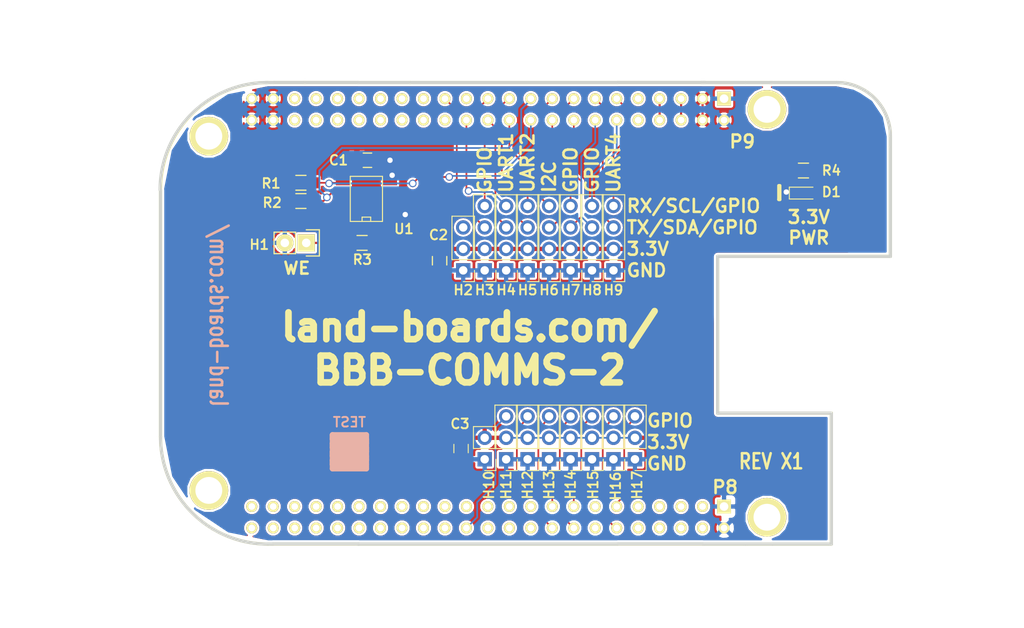
<source format=kicad_pcb>
(kicad_pcb (version 20171130) (host pcbnew "(5.1.10)-1")
  (title_block (title "Prototype cape for BeagleBone") (date "17 aug 2014") (rev 0.3) (company "Jacek Radzikowski <jacek.radzikowski@gmail.com>"))
  (layers (0 Front signal) (31 Back signal) (36 B.SilkS user) (37 F.SilkS user) (38 B.Mask user) (39 F.Mask user) (44 Edge.Cuts user))
  (net 0 "")
  (net 1 GND)
  (net 2 VDD_5V-UF)
  (net 3 VDD_3V3-UF)
  (net 4 SYS_5V)
  (net 5 "/P9 Connector/UART4_RXD")
  (net 6 "/P9 Connector/UART4_TXD")
  (net 7 "/P9 Connector/I2C1_SCL")
  (net 8 "/P9 Connector/I2C1_SDA")
  (net 9 "/P9 Connector/UART2_TXD")
  (net 10 "/P9 Connector/UART2_RXD")
  (net 11 "/P9 Connector/UART1_TXD")
  (net 12 "/P9 Connector/UART1_RXD")
  (net 13 I2C2_SCL)
  (net 14 I2C2_SDA)
  (net 15 "Net-(D1-Pad2)")
  (net 16 "/P9 Connector/GPIO1_28")
  (net 17 "/P9 Connector/EHRPWM1A")
  (net 18 "/P9 Connector/GPIO1_16")
  (net 19 "/P9 Connector/EHRPWM1B")
  (net 20 "/P9 Connector/GPIO1_17")
  (net 21 "/P9 Connector/GPIO3_19")
  (net 22 "/P8 Connector/GPIO1_13")
  (net 23 "/P8 Connector/GPIO1_12")
  (net 24 "/P8 Connector/GPIO1_15")
  (net 25 "/P8 Connector/GPIO1_14")
  (net 26 "/P8 Connector/GPIO0_27")
  (net 27 "/P8 Connector/GPIO2_1")
  (net 28 "/P8 Connector/GPIO1_29")
  (net 29 "Net-(H1-Pad1)")
  (module FIDUCIAL (layer Front) (at 171.196 103.251)
    (fp_text reference FID1 hide)
    (fp_text value CONN_1 hide)
    (pad 1 smd circle (at 0 0) (size 1 1) (layers Front F.Mask) (clearance 1))
  )
  (module FIDUCIAL (layer Front) (at 136.6266 116.997501)
    (fp_text reference FID2 hide)
    (fp_text value CONN_1 hide)
    (pad 1 smd circle (at -39.5986 -53.497501) (size 1 1) (layers Front F.Mask) (clearance 1))
  )
  (module dougsLib:SO8E-wider (layer Front) (at 118.0846 66.4718 90)
    (fp_text reference U1 (at -3.556 4.445 180) (layer F.SilkS) (effects (font (size 1.143 1.143) (thickness 0.22225))))
    (fp_text value I2C-EEPROM hide)
    (pad 8 smd rect (at -1.905 -2.794 90) (size 0.59944 1.651) (layers Front F.Mask) (net 3 VDD_3V3-UF))
    (pad 1 smd rect (at -1.905 2.794 90) (size 0.59944 1.651) (layers Front F.Mask) (net 1 GND))
    (pad 7 smd rect (at -0.635 -2.794 90) (size 0.59944 1.651) (layers Front F.Mask) (net 29 "Net-(H1-Pad1)"))
    (pad 6 smd rect (at 0.635 -2.794 90) (size 0.59944 1.651) (layers Front F.Mask) (net 13 I2C2_SCL))
    (pad 5 smd rect (at 1.905 -2.794 90) (size 0.59944 1.651) (layers Front F.Mask) (net 14 I2C2_SDA))
    (pad 2 smd rect (at -0.635 2.794 90) (size 0.59944 1.651) (layers Front F.Mask) (net 1 GND))
    (pad 3 smd rect (at 0.635 2.794 90) (size 0.59944 1.651) (layers Front F.Mask) (net 3 VDD_3V3-UF))
    (pad 4 smd rect (at 1.905 2.794 90) (size 0.59944 1.651) (layers Front F.Mask) (net 1 GND))
  )
  (module dougsLib:BEAGLEBONE (layer Front) (at 136.906 80.01)
    (fp_text reference BRD1 hide)
    (fp_text value BEAGLEBONE hide)
    (pad M1 thru_hole circle (at -37.465 -20.955) (size 4.572 4.572) (drill 3.175) (layers *.Cu *.Mask F.SilkS))
    (pad M2 thru_hole circle (at 28.575 -24.13) (size 4.572 4.572) (drill 3.175) (layers *.Cu *.Mask F.SilkS))
    (pad M3 thru_hole circle (at 28.575 24.13) (size 4.572 4.572) (drill 3.175) (layers *.Cu *.Mask F.SilkS))
    (pad M4 thru_hole circle (at -37.465 20.955) (size 4.572 4.572) (drill 3.175) (layers *.Cu *.Mask F.SilkS))
    (pad C1 thru_hole rect (at 23.495 -25.4) (size 1.651 1.651) (drill 1.016) (layers *.Cu *.Mask F.SilkS) (net 1 GND))
    (pad C2 thru_hole circle (at 23.495 -22.86) (size 1.30048 1.30048) (drill 0.8001) (layers *.Cu *.Mask F.SilkS) (net 1 GND))
    (pad C3 thru_hole circle (at 20.955 -25.4) (size 1.30048 1.30048) (drill 0.8001) (layers *.Cu *.Mask F.SilkS) (net 3 VDD_3V3-UF))
    (pad C4 thru_hole circle (at 20.955 -22.86) (size 1.30048 1.30048) (drill 0.8001) (layers *.Cu *.Mask F.SilkS) (net 3 VDD_3V3-UF))
    (pad C5 thru_hole circle (at 18.415 -25.4) (size 1.30048 1.30048) (drill 0.8001) (layers *.Cu *.Mask F.SilkS) (net 2 VDD_5V-UF))
    (pad C6 thru_hole circle (at 18.415 -22.86) (size 1.30048 1.30048) (drill 0.8001) (layers *.Cu *.Mask F.SilkS) (net 2 VDD_5V-UF))
    (pad C7 thru_hole circle (at 15.875 -25.4) (size 1.30048 1.30048) (drill 0.8001) (layers *.Cu *.Mask F.SilkS) (net 4 SYS_5V))
    (pad C8 thru_hole circle (at 15.875 -22.86) (size 1.30048 1.30048) (drill 0.8001) (layers *.Cu *.Mask F.SilkS) (net 4 SYS_5V))
    (pad C9 thru_hole circle (at 13.335 -25.4) (size 1.30048 1.30048) (drill 0.8001) (layers *.Cu *.Mask F.SilkS))
    (pad C10 thru_hole circle (at 13.335 -22.86) (size 1.30048 1.30048) (drill 0.8001) (layers *.Cu *.Mask F.SilkS))
    (pad C11 thru_hole circle (at 10.795 -25.4) (size 1.30048 1.30048) (drill 0.8001) (layers *.Cu *.Mask F.SilkS) (net 5 "/P9 Connector/UART4_RXD"))
    (pad C12 thru_hole circle (at 10.795 -22.86) (size 1.30048 1.30048) (drill 0.8001) (layers *.Cu *.Mask F.SilkS) (net 16 "/P9 Connector/GPIO1_28"))
    (pad C13 thru_hole circle (at 8.255 -25.4) (size 1.30048 1.30048) (drill 0.8001) (layers *.Cu *.Mask F.SilkS) (net 6 "/P9 Connector/UART4_TXD"))
    (pad C14 thru_hole circle (at 8.255 -22.86) (size 1.30048 1.30048) (drill 0.8001) (layers *.Cu *.Mask F.SilkS) (net 17 "/P9 Connector/EHRPWM1A"))
    (pad C15 thru_hole circle (at 5.715 -25.4) (size 1.30048 1.30048) (drill 0.8001) (layers *.Cu *.Mask F.SilkS) (net 18 "/P9 Connector/GPIO1_16"))
    (pad C16 thru_hole circle (at 5.715 -22.86) (size 1.30048 1.30048) (drill 0.8001) (layers *.Cu *.Mask F.SilkS) (net 19 "/P9 Connector/EHRPWM1B"))
    (pad C17 thru_hole circle (at 3.175 -25.4) (size 1.30048 1.30048) (drill 0.8001) (layers *.Cu *.Mask F.SilkS) (net 7 "/P9 Connector/I2C1_SCL"))
    (pad C18 thru_hole circle (at 3.175 -22.86) (size 1.30048 1.30048) (drill 0.8001) (layers *.Cu *.Mask F.SilkS) (net 8 "/P9 Connector/I2C1_SDA"))
    (pad C19 thru_hole circle (at 0.635 -25.4) (size 1.30048 1.30048) (drill 0.8001) (layers *.Cu *.Mask F.SilkS) (net 13 I2C2_SCL))
    (pad C20 thru_hole circle (at 0.635 -22.86) (size 1.30048 1.30048) (drill 0.8001) (layers *.Cu *.Mask F.SilkS) (net 14 I2C2_SDA))
    (pad C21 thru_hole circle (at -1.905 -25.4) (size 1.30048 1.30048) (drill 0.8001) (layers *.Cu *.Mask F.SilkS) (net 9 "/P9 Connector/UART2_TXD"))
    (pad C22 thru_hole circle (at -1.905 -22.86) (size 1.30048 1.30048) (drill 0.8001) (layers *.Cu *.Mask F.SilkS) (net 10 "/P9 Connector/UART2_RXD"))
    (pad C23 thru_hole circle (at -4.445 -25.4) (size 1.30048 1.30048) (drill 0.8001) (layers *.Cu *.Mask F.SilkS) (net 20 "/P9 Connector/GPIO1_17"))
    (pad C24 thru_hole circle (at -4.445 -22.86) (size 1.30048 1.30048) (drill 0.8001) (layers *.Cu *.Mask F.SilkS) (net 11 "/P9 Connector/UART1_TXD"))
    (pad C25 thru_hole circle (at -6.985 -25.4) (size 1.30048 1.30048) (drill 0.8001) (layers *.Cu *.Mask F.SilkS))
    (pad C26 thru_hole circle (at -6.985 -22.86) (size 1.30048 1.30048) (drill 0.8001) (layers *.Cu *.Mask F.SilkS) (net 12 "/P9 Connector/UART1_RXD"))
    (pad C27 thru_hole circle (at -9.525 -25.4) (size 1.30048 1.30048) (drill 0.8001) (layers *.Cu *.Mask F.SilkS) (net 21 "/P9 Connector/GPIO3_19"))
    (pad C28 thru_hole circle (at -9.525 -22.86) (size 1.30048 1.30048) (drill 0.8001) (layers *.Cu *.Mask F.SilkS))
    (pad C29 thru_hole circle (at -12.065 -25.4) (size 1.30048 1.30048) (drill 0.8001) (layers *.Cu *.Mask F.SilkS))
    (pad C30 thru_hole circle (at -12.065 -22.86) (size 1.30048 1.30048) (drill 0.8001) (layers *.Cu *.Mask F.SilkS))
    (pad C31 thru_hole circle (at -14.605 -25.4) (size 1.30048 1.30048) (drill 0.8001) (layers *.Cu *.Mask F.SilkS))
    (pad C32 thru_hole circle (at -14.605 -22.86) (size 1.30048 1.30048) (drill 0.8001) (layers *.Cu *.Mask F.SilkS))
    (pad C33 thru_hole circle (at -17.145 -25.4) (size 1.30048 1.30048) (drill 0.8001) (layers *.Cu *.Mask F.SilkS))
    (pad C34 thru_hole circle (at -17.145 -22.86) (size 1.30048 1.30048) (drill 0.8001) (layers *.Cu *.Mask F.SilkS))
    (pad C35 thru_hole circle (at -19.685 -25.4) (size 1.30048 1.30048) (drill 0.8001) (layers *.Cu *.Mask F.SilkS))
    (pad C36 thru_hole circle (at -19.685 -22.86) (size 1.30048 1.30048) (drill 0.8001) (layers *.Cu *.Mask F.SilkS))
    (pad C37 thru_hole circle (at -22.225 -25.4) (size 1.30048 1.30048) (drill 0.8001) (layers *.Cu *.Mask F.SilkS))
    (pad C38 thru_hole circle (at -22.225 -22.86) (size 1.30048 1.30048) (drill 0.8001) (layers *.Cu *.Mask F.SilkS))
    (pad C39 thru_hole circle (at -24.765 -25.4) (size 1.30048 1.30048) (drill 0.8001) (layers *.Cu *.Mask F.SilkS))
    (pad C40 thru_hole circle (at -24.765 -22.86) (size 1.30048 1.30048) (drill 0.8001) (layers *.Cu *.Mask F.SilkS))
    (pad C41 thru_hole circle (at -27.305 -25.4) (size 1.30048 1.30048) (drill 0.8001) (layers *.Cu *.Mask F.SilkS))
    (pad C42 thru_hole circle (at -27.305 -22.86) (size 1.30048 1.30048) (drill 0.8001) (layers *.Cu *.Mask F.SilkS))
    (pad C43 thru_hole circle (at -29.845 -25.4) (size 1.30048 1.30048) (drill 0.8001) (layers *.Cu *.Mask F.SilkS) (net 1 GND))
    (pad C44 thru_hole circle (at -29.845 -22.86) (size 1.30048 1.30048) (drill 0.8001) (layers *.Cu *.Mask F.SilkS) (net 1 GND))
    (pad C45 thru_hole circle (at -32.385 -25.4) (size 1.30048 1.30048) (drill 0.8001) (layers *.Cu *.Mask F.SilkS) (net 1 GND))
    (pad C46 thru_hole circle (at -32.385 -22.86) (size 1.30048 1.30048) (drill 0.8001) (layers *.Cu *.Mask F.SilkS) (net 1 GND))
    (pad B1 thru_hole rect (at 23.495 22.86) (size 1.651 1.651) (drill 1.016) (layers *.Cu *.Mask F.SilkS) (net 1 GND))
    (pad B2 thru_hole circle (at 23.495 25.4) (size 1.30048 1.30048) (drill 0.8001) (layers *.Cu *.Mask F.SilkS) (net 1 GND))
    (pad B3 thru_hole circle (at 20.955 22.86) (size 1.30048 1.30048) (drill 0.8001) (layers *.Cu *.Mask F.SilkS))
    (pad B4 thru_hole circle (at 20.955 25.4) (size 1.30048 1.30048) (drill 0.8001) (layers *.Cu *.Mask F.SilkS))
    (pad B5 thru_hole circle (at 18.415 22.86) (size 1.30048 1.30048) (drill 0.8001) (layers *.Cu *.Mask F.SilkS))
    (pad B6 thru_hole circle (at 18.415 25.4) (size 1.30048 1.30048) (drill 0.8001) (layers *.Cu *.Mask F.SilkS))
    (pad B7 thru_hole circle (at 15.875 22.86) (size 1.30048 1.30048) (drill 0.8001) (layers *.Cu *.Mask F.SilkS))
    (pad B8 thru_hole circle (at 15.875 25.4) (size 1.30048 1.30048) (drill 0.8001) (layers *.Cu *.Mask F.SilkS))
    (pad B9 thru_hole circle (at 13.335 22.86) (size 1.30048 1.30048) (drill 0.8001) (layers *.Cu *.Mask F.SilkS))
    (pad B10 thru_hole circle (at 13.335 25.4) (size 1.30048 1.30048) (drill 0.8001) (layers *.Cu *.Mask F.SilkS))
    (pad B11 thru_hole circle (at 10.795 22.86) (size 1.30048 1.30048) (drill 0.8001) (layers *.Cu *.Mask F.SilkS) (net 22 "/P8 Connector/GPIO1_13"))
    (pad B12 thru_hole circle (at 10.795 25.4) (size 1.30048 1.30048) (drill 0.8001) (layers *.Cu *.Mask F.SilkS) (net 23 "/P8 Connector/GPIO1_12"))
    (pad B13 thru_hole circle (at 8.255 22.86) (size 1.30048 1.30048) (drill 0.8001) (layers *.Cu *.Mask F.SilkS))
    (pad B14 thru_hole circle (at 8.255 25.4) (size 1.30048 1.30048) (drill 0.8001) (layers *.Cu *.Mask F.SilkS))
    (pad B15 thru_hole circle (at 5.715 22.86) (size 1.30048 1.30048) (drill 0.8001) (layers *.Cu *.Mask F.SilkS) (net 24 "/P8 Connector/GPIO1_15"))
    (pad B16 thru_hole circle (at 5.715 25.4) (size 1.30048 1.30048) (drill 0.8001) (layers *.Cu *.Mask F.SilkS) (net 25 "/P8 Connector/GPIO1_14"))
    (pad B17 thru_hole circle (at 3.175 22.86) (size 1.30048 1.30048) (drill 0.8001) (layers *.Cu *.Mask F.SilkS) (net 26 "/P8 Connector/GPIO0_27"))
    (pad B18 thru_hole circle (at 3.175 25.4) (size 1.30048 1.30048) (drill 0.8001) (layers *.Cu *.Mask F.SilkS) (net 27 "/P8 Connector/GPIO2_1"))
    (pad B19 thru_hole circle (at 0.635 22.86) (size 1.30048 1.30048) (drill 0.8001) (layers *.Cu *.Mask F.SilkS))
    (pad B20 thru_hole circle (at 0.635 25.4) (size 1.30048 1.30048) (drill 0.8001) (layers *.Cu *.Mask F.SilkS))
    (pad B21 thru_hole circle (at -1.905 22.86) (size 1.30048 1.30048) (drill 0.8001) (layers *.Cu *.Mask F.SilkS))
    (pad B22 thru_hole circle (at -1.905 25.4) (size 1.30048 1.30048) (drill 0.8001) (layers *.Cu *.Mask F.SilkS))
    (pad B23 thru_hole circle (at -4.445 22.86) (size 1.30048 1.30048) (drill 0.8001) (layers *.Cu *.Mask F.SilkS))
    (pad B24 thru_hole circle (at -4.445 25.4) (size 1.30048 1.30048) (drill 0.8001) (layers *.Cu *.Mask F.SilkS))
    (pad B25 thru_hole circle (at -6.985 22.86) (size 1.30048 1.30048) (drill 0.8001) (layers *.Cu *.Mask F.SilkS))
    (pad B26 thru_hole circle (at -6.985 25.4) (size 1.30048 1.30048) (drill 0.8001) (layers *.Cu *.Mask F.SilkS) (net 28 "/P8 Connector/GPIO1_29"))
    (pad B27 thru_hole circle (at -9.525 22.86) (size 1.30048 1.30048) (drill 0.8001) (layers *.Cu *.Mask F.SilkS))
    (pad B28 thru_hole circle (at -9.525 25.4) (size 1.30048 1.30048) (drill 0.8001) (layers *.Cu *.Mask F.SilkS))
    (pad B29 thru_hole circle (at -12.065 22.86) (size 1.30048 1.30048) (drill 0.8001) (layers *.Cu *.Mask F.SilkS))
    (pad B30 thru_hole circle (at -12.065 25.4) (size 1.30048 1.30048) (drill 0.8001) (layers *.Cu *.Mask F.SilkS))
    (pad B31 thru_hole circle (at -14.605 22.86) (size 1.30048 1.30048) (drill 0.8001) (layers *.Cu *.Mask F.SilkS))
    (pad B32 thru_hole circle (at -14.605 25.4) (size 1.30048 1.30048) (drill 0.8001) (layers *.Cu *.Mask F.SilkS))
    (pad B33 thru_hole circle (at -17.145 22.86) (size 1.30048 1.30048) (drill 0.8001) (layers *.Cu *.Mask F.SilkS))
    (pad B34 thru_hole circle (at -17.145 25.4) (size 1.30048 1.30048) (drill 0.8001) (layers *.Cu *.Mask F.SilkS))
    (pad B35 thru_hole circle (at -19.685 22.86) (size 1.30048 1.30048) (drill 0.8001) (layers *.Cu *.Mask F.SilkS))
    (pad B36 thru_hole circle (at -19.685 25.4) (size 1.30048 1.30048) (drill 0.8001) (layers *.Cu *.Mask F.SilkS))
    (pad B37 thru_hole circle (at -22.225 22.86) (size 1.30048 1.30048) (drill 0.8001) (layers *.Cu *.Mask F.SilkS))
    (pad B38 thru_hole circle (at -22.225 25.4) (size 1.30048 1.30048) (drill 0.8001) (layers *.Cu *.Mask F.SilkS))
    (pad B39 thru_hole circle (at -24.765 22.86) (size 1.30048 1.30048) (drill 0.8001) (layers *.Cu *.Mask F.SilkS))
    (pad B40 thru_hole circle (at -24.765 25.4) (size 1.30048 1.30048) (drill 0.8001) (layers *.Cu *.Mask F.SilkS))
    (pad B41 thru_hole circle (at -27.305 22.86) (size 1.30048 1.30048) (drill 0.8001) (layers *.Cu *.Mask F.SilkS))
    (pad B42 thru_hole circle (at -27.305 25.4) (size 1.30048 1.30048) (drill 0.8001) (layers *.Cu *.Mask F.SilkS))
    (pad B43 thru_hole circle (at -29.845 22.86) (size 1.30048 1.30048) (drill 0.8001) (layers *.Cu *.Mask F.SilkS))
    (pad B44 thru_hole circle (at -29.845 25.4) (size 1.30048 1.30048) (drill 0.8001) (layers *.Cu *.Mask F.SilkS))
    (pad B45 thru_hole circle (at -32.385 22.86) (size 1.30048 1.30048) (drill 0.8001) (layers *.Cu *.Mask F.SilkS))
    (pad B46 thru_hole circle (at -32.385 25.4) (size 1.30048 1.30048) (drill 0.8001) (layers *.Cu *.Mask F.SilkS))
  )
  (module Pin_Headers:Pin_Header_Straight_1x02 (layer Front) (at 110.9726 71.6788 270)
    (fp_text reference H1 (at 0.2032 5.5626) (layer F.SilkS) (effects (font (size 1.143 1.143) (thickness 0.22225))))
    (fp_text value CONN_2 hide)
    (pad 1 thru_hole rect (at 0 0 270) (size 2.032 2.032) (drill 1.016) (layers *.Cu *.Mask F.SilkS) (net 29 "Net-(H1-Pad1)"))
    (pad 2 thru_hole oval (at 0 2.54 270) (size 2.032 2.032) (drill 1.016) (layers *.Cu *.Mask F.SilkS) (net 1 GND))
  )
  (module Resistors_SMD:R_0805_HandSoldering (layer Front) (at 169.799 63.119)
    (fp_text reference R4 (at 3.302 0) (layer F.SilkS) (effects (font (size 1.143 1.143) (thickness 0.22225))))
    (fp_text value 120 hide)
    (pad 1 smd rect (at -1.35 0) (size 1.5 1.3) (layers Front F.Mask) (net 3 VDD_3V3-UF))
    (pad 2 smd rect (at 1.35 0) (size 1.5 1.3) (layers Front F.Mask) (net 15 "Net-(D1-Pad2)"))
  )
  (module Resistors_SMD:R_0805_HandSoldering (layer Front) (at 117.5766 71.6788 180)
    (fp_text reference R3 (at -0.0254 -1.9812) (layer F.SilkS) (effects (font (size 1.143 1.143) (thickness 0.22225))))
    (fp_text value 5.6K hide)
    (pad 1 smd rect (at -1.35 0 180) (size 1.5 1.3) (layers Front F.Mask) (net 3 VDD_3V3-UF))
    (pad 2 smd rect (at 1.35 0 180) (size 1.5 1.3) (layers Front F.Mask) (net 29 "Net-(H1-Pad1)"))
  )
  (module Resistors_SMD:R_0805_HandSoldering (layer Front) (at 110.3376 66.7258)
    (fp_text reference R2 (at -3.4036 0.2032) (layer F.SilkS) (effects (font (size 1.143 1.143) (thickness 0.22225))))
    (fp_text value 5.6K hide)
    (pad 1 smd rect (at -1.35 0) (size 1.5 1.3) (layers Front F.Mask) (net 3 VDD_3V3-UF))
    (pad 2 smd rect (at 1.35 0) (size 1.5 1.3) (layers Front F.Mask) (net 13 I2C2_SCL))
  )
  (module Resistors_SMD:R_0805_HandSoldering (layer Front) (at 110.3376 64.5668)
    (fp_text reference R1 (at -3.5306 0.0762) (layer F.SilkS) (effects (font (size 1.143 1.143) (thickness 0.22225))))
    (fp_text value 5.6K hide)
    (pad 1 smd rect (at -1.35 0) (size 1.5 1.3) (layers Front F.Mask) (net 3 VDD_3V3-UF))
    (pad 2 smd rect (at 1.35 0) (size 1.5 1.3) (layers Front F.Mask) (net 14 I2C2_SDA))
  )
  (module Capacitors_SMD:C_0805_HandSoldering (layer Front) (at 126.746 73.787 270)
    (fp_text reference C2 (at -3.048 0.127) (layer F.SilkS) (effects (font (size 1.143 1.143) (thickness 0.22225))))
    (fp_text value 1uF hide)
    (pad 1 smd rect (at -1.25 0 270) (size 1.5 1.25) (layers Front F.Mask) (net 3 VDD_3V3-UF))
    (pad 2 smd rect (at 1.25 0 270) (size 1.5 1.25) (layers Front F.Mask) (net 1 GND))
  )
  (module Capacitors_SMD:C_0805_HandSoldering (layer Front) (at 118.2116 61.8998)
    (fp_text reference C1 (at -3.429 0) (layer F.SilkS) (effects (font (size 1.143 1.143) (thickness 0.22225))))
    (fp_text value 104 hide)
    (pad 1 smd rect (at -1.25 0) (size 1.5 1.25) (layers Front F.Mask) (net 3 VDD_3V3-UF))
    (pad 2 smd rect (at 1.25 0) (size 1.5 1.25) (layers Front F.Mask) (net 1 GND))
  )
  (module Pin_Headers:Pin_Header_Straight_1x04_Pitch2.54mm (layer Front) (at 139.7 74.93 180)
    (fp_text reference H6 (at 0 -2.33 180) (layer F.SilkS) (effects (font (size 1.143 1.143) (thickness 0.22225))))
    (fp_text value CONN_01X04 hide)
    (pad 1 thru_hole rect (at 0 0 180) (size 1.7 1.7) (drill 1) (layers *.Cu *.Mask) (net 1 GND))
    (pad 2 thru_hole oval (at 0 2.54 180) (size 1.7 1.7) (drill 1) (layers *.Cu *.Mask) (net 3 VDD_3V3-UF))
    (pad 3 thru_hole oval (at 0 5.08 180) (size 1.7 1.7) (drill 1) (layers *.Cu *.Mask) (net 8 "/P9 Connector/I2C1_SDA"))
    (pad 4 thru_hole oval (at 0 7.62 180) (size 1.7 1.7) (drill 1) (layers *.Cu *.Mask) (net 7 "/P9 Connector/I2C1_SCL"))
  )
  (module Pin_Headers:Pin_Header_Straight_1x04_Pitch2.54mm (layer Front) (at 137.16 74.93 180)
    (fp_text reference H5 (at 0 -2.33 180) (layer F.SilkS) (effects (font (size 1.143 1.143) (thickness 0.22225))))
    (fp_text value CONN_01X04 hide)
    (pad 1 thru_hole rect (at 0 0 180) (size 1.7 1.7) (drill 1) (layers *.Cu *.Mask) (net 1 GND))
    (pad 2 thru_hole oval (at 0 2.54 180) (size 1.7 1.7) (drill 1) (layers *.Cu *.Mask) (net 3 VDD_3V3-UF))
    (pad 3 thru_hole oval (at 0 5.08 180) (size 1.7 1.7) (drill 1) (layers *.Cu *.Mask) (net 9 "/P9 Connector/UART2_TXD"))
    (pad 4 thru_hole oval (at 0 7.62 180) (size 1.7 1.7) (drill 1) (layers *.Cu *.Mask) (net 10 "/P9 Connector/UART2_RXD"))
  )
  (module Pin_Headers:Pin_Header_Straight_1x04_Pitch2.54mm (layer Front) (at 134.62 74.93 180)
    (fp_text reference H4 (at 0 -2.33 180) (layer F.SilkS) (effects (font (size 1.143 1.143) (thickness 0.22225))))
    (fp_text value CONN_01X04 hide)
    (pad 1 thru_hole rect (at 0 0 180) (size 1.7 1.7) (drill 1) (layers *.Cu *.Mask) (net 1 GND))
    (pad 2 thru_hole oval (at 0 2.54 180) (size 1.7 1.7) (drill 1) (layers *.Cu *.Mask) (net 3 VDD_3V3-UF))
    (pad 3 thru_hole oval (at 0 5.08 180) (size 1.7 1.7) (drill 1) (layers *.Cu *.Mask) (net 11 "/P9 Connector/UART1_TXD"))
    (pad 4 thru_hole oval (at 0 7.62 180) (size 1.7 1.7) (drill 1) (layers *.Cu *.Mask) (net 12 "/P9 Connector/UART1_RXD"))
  )
  (module LEDs:LED_0805 (layer Front) (at 169.926 65.786)
    (fp_text reference D1 (at 3.175 -0.127) (layer F.SilkS) (effects (font (size 1.143 1.143) (thickness 0.22225))))
    (fp_text value LED-fixed hide)
    (pad 2 smd rect (at 1.1 0 180) (size 1.2 1.2) (layers Front F.Mask) (net 15 "Net-(D1-Pad2)"))
    (pad 1 smd rect (at -1.1 0 180) (size 1.2 1.2) (layers Front F.Mask) (net 1 GND))
  )
  (module Pin_Headers:Pin_Header_Straight_1x04_Pitch2.54mm (layer Front) (at 142.24 74.93 180)
    (fp_text reference H7 (at 0 -2.33 180) (layer F.SilkS) (effects (font (size 1.143 1.143) (thickness 0.22225))))
    (fp_text value CONN_01X04 hide)
    (pad 1 thru_hole rect (at 0 0 180) (size 1.7 1.7) (drill 1) (layers *.Cu *.Mask) (net 1 GND))
    (pad 2 thru_hole oval (at 0 2.54 180) (size 1.7 1.7) (drill 1) (layers *.Cu *.Mask) (net 3 VDD_3V3-UF))
    (pad 3 thru_hole oval (at 0 5.08 180) (size 1.7 1.7) (drill 1) (layers *.Cu *.Mask) (net 19 "/P9 Connector/EHRPWM1B"))
    (pad 4 thru_hole oval (at 0 7.62 180) (size 1.7 1.7) (drill 1) (layers *.Cu *.Mask) (net 18 "/P9 Connector/GPIO1_16"))
  )
  (module Pin_Headers:Pin_Header_Straight_1x04_Pitch2.54mm (layer Front) (at 144.78 74.93 180)
    (fp_text reference H8 (at 0 -2.33 180) (layer F.SilkS) (effects (font (size 1.143 1.143) (thickness 0.22225))))
    (fp_text value CONN_01X04 hide)
    (pad 1 thru_hole rect (at 0 0 180) (size 1.7 1.7) (drill 1) (layers *.Cu *.Mask) (net 1 GND))
    (pad 2 thru_hole oval (at 0 2.54 180) (size 1.7 1.7) (drill 1) (layers *.Cu *.Mask) (net 3 VDD_3V3-UF))
    (pad 3 thru_hole oval (at 0 5.08 180) (size 1.7 1.7) (drill 1) (layers *.Cu *.Mask) (net 17 "/P9 Connector/EHRPWM1A"))
    (pad 4 thru_hole oval (at 0 7.62 180) (size 1.7 1.7) (drill 1) (layers *.Cu *.Mask) (net 16 "/P9 Connector/GPIO1_28"))
  )
  (module Pin_Headers:Pin_Header_Straight_1x04_Pitch2.54mm (layer Front) (at 132.08 74.93 180)
    (fp_text reference H3 (at 0 -2.33 180) (layer F.SilkS) (effects (font (size 1.143 1.143) (thickness 0.22225))))
    (fp_text value CONN_01X04 hide)
    (pad 1 thru_hole rect (at 0 0 180) (size 1.7 1.7) (drill 1) (layers *.Cu *.Mask) (net 1 GND))
    (pad 2 thru_hole oval (at 0 2.54 180) (size 1.7 1.7) (drill 1) (layers *.Cu *.Mask) (net 3 VDD_3V3-UF))
    (pad 3 thru_hole oval (at 0 5.08 180) (size 1.7 1.7) (drill 1) (layers *.Cu *.Mask) (net 21 "/P9 Connector/GPIO3_19"))
    (pad 4 thru_hole oval (at 0 7.62 180) (size 1.7 1.7) (drill 1) (layers *.Cu *.Mask) (net 20 "/P9 Connector/GPIO1_17"))
  )
  (module Pin_Headers:Pin_Header_Straight_1x03_Pitch2.54mm (layer Front) (at 142.24 97.282 180)
    (fp_text reference H14 (at 0 -3.048 270) (layer F.SilkS) (effects (font (size 1.143 1.143) (thickness 0.22225))))
    (fp_text value CONN_01X03 hide)
    (pad 1 thru_hole rect (at 0 0 180) (size 1.7 1.7) (drill 1) (layers *.Cu *.Mask) (net 1 GND))
    (pad 2 thru_hole oval (at 0 2.54 180) (size 1.7 1.7) (drill 1) (layers *.Cu *.Mask) (net 3 VDD_3V3-UF))
    (pad 3 thru_hole oval (at 0 5.08 180) (size 1.7 1.7) (drill 1) (layers *.Cu *.Mask) (net 25 "/P8 Connector/GPIO1_14"))
  )
  (module Pin_Headers:Pin_Header_Straight_1x03_Pitch2.54mm (layer Front) (at 139.7 97.282 180)
    (fp_text reference H13 (at 0 -3.048 270) (layer F.SilkS) (effects (font (size 1.143 1.143) (thickness 0.22225))))
    (fp_text value CONN_01X03 hide)
    (pad 1 thru_hole rect (at 0 0 180) (size 1.7 1.7) (drill 1) (layers *.Cu *.Mask) (net 1 GND))
    (pad 2 thru_hole oval (at 0 2.54 180) (size 1.7 1.7) (drill 1) (layers *.Cu *.Mask) (net 3 VDD_3V3-UF))
    (pad 3 thru_hole oval (at 0 5.08 180) (size 1.7 1.7) (drill 1) (layers *.Cu *.Mask) (net 26 "/P8 Connector/GPIO0_27"))
  )
  (module Pin_Headers:Pin_Header_Straight_1x03_Pitch2.54mm (layer Front) (at 137.16 97.282 180)
    (fp_text reference H12 (at 0 -3.048 270) (layer F.SilkS) (effects (font (size 1.143 1.143) (thickness 0.22225))))
    (fp_text value CONN_01X03 hide)
    (pad 1 thru_hole rect (at 0 0 180) (size 1.7 1.7) (drill 1) (layers *.Cu *.Mask) (net 1 GND))
    (pad 2 thru_hole oval (at 0 2.54 180) (size 1.7 1.7) (drill 1) (layers *.Cu *.Mask) (net 3 VDD_3V3-UF))
    (pad 3 thru_hole oval (at 0 5.08 180) (size 1.7 1.7) (drill 1) (layers *.Cu *.Mask) (net 27 "/P8 Connector/GPIO2_1"))
  )
  (module Pin_Headers:Pin_Header_Straight_1x03_Pitch2.54mm (layer Front) (at 134.62 97.282 180)
    (fp_text reference H11 (at 0 -3.048 270) (layer F.SilkS) (effects (font (size 1.143 1.143) (thickness 0.22225))))
    (fp_text value CONN_01X03 hide)
    (pad 1 thru_hole rect (at 0 0 180) (size 1.7 1.7) (drill 1) (layers *.Cu *.Mask) (net 1 GND))
    (pad 2 thru_hole oval (at 0 2.54 180) (size 1.7 1.7) (drill 1) (layers *.Cu *.Mask) (net 3 VDD_3V3-UF))
    (pad 3 thru_hole oval (at 0 5.08 180) (size 1.7 1.7) (drill 1) (layers *.Cu *.Mask) (net 28 "/P8 Connector/GPIO1_29"))
  )
  (module Capacitors_SMD:C_0805_HandSoldering (layer Front) (at 129.286 96.012 270)
    (fp_text reference C3 (at -2.921 0.127) (layer F.SilkS) (effects (font (size 1.143 1.143) (thickness 0.22225))))
    (fp_text value 104 hide)
    (pad 1 smd rect (at -1.25 0 270) (size 1.5 1.25) (layers Front F.Mask) (net 3 VDD_3V3-UF))
    (pad 2 smd rect (at 1.25 0 270) (size 1.5 1.25) (layers Front F.Mask) (net 1 GND))
  )
  (module Pin_Headers:Pin_Header_Straight_1x03_Pitch2.54mm (layer Front) (at 144.78 97.282 180)
    (fp_text reference H15 (at -0.127 -3.048 270) (layer F.SilkS) (effects (font (size 1.143 1.143) (thickness 0.22225))))
    (fp_text value CONN_01X03 hide)
    (pad 1 thru_hole rect (at 0 0 180) (size 1.7 1.7) (drill 1) (layers *.Cu *.Mask) (net 1 GND))
    (pad 2 thru_hole oval (at 0 2.54 180) (size 1.7 1.7) (drill 1) (layers *.Cu *.Mask) (net 3 VDD_3V3-UF))
    (pad 3 thru_hole oval (at 0 5.08 180) (size 1.7 1.7) (drill 1) (layers *.Cu *.Mask) (net 24 "/P8 Connector/GPIO1_15"))
  )
  (module Pin_Headers:Pin_Header_Straight_1x03_Pitch2.54mm (layer Front) (at 149.86 97.282 180)
    (fp_text reference H17 (at -0.254 -3.048 270) (layer F.SilkS) (effects (font (size 1.143 1.143) (thickness 0.22225))))
    (fp_text value CONN_01X03 hide)
    (pad 1 thru_hole rect (at 0 0 180) (size 1.7 1.7) (drill 1) (layers *.Cu *.Mask) (net 1 GND))
    (pad 2 thru_hole oval (at 0 2.54 180) (size 1.7 1.7) (drill 1) (layers *.Cu *.Mask) (net 3 VDD_3V3-UF))
    (pad 3 thru_hole oval (at 0 5.08 180) (size 1.7 1.7) (drill 1) (layers *.Cu *.Mask) (net 22 "/P8 Connector/GPIO1_13"))
  )
  (module Pin_Headers:Pin_Header_Straight_1x03_Pitch2.54mm (layer Front) (at 147.32 97.282 180)
    (fp_text reference H16 (at -0.254 -3.175 270) (layer F.SilkS) (effects (font (size 1.143 1.143) (thickness 0.22225))))
    (fp_text value CONN_01X03 hide)
    (pad 1 thru_hole rect (at 0 0 180) (size 1.7 1.7) (drill 1) (layers *.Cu *.Mask) (net 1 GND))
    (pad 2 thru_hole oval (at 0 2.54 180) (size 1.7 1.7) (drill 1) (layers *.Cu *.Mask) (net 3 VDD_3V3-UF))
    (pad 3 thru_hole oval (at 0 5.08 180) (size 1.7 1.7) (drill 1) (layers *.Cu *.Mask) (net 23 "/P8 Connector/GPIO1_12"))
  )
  (module Pin_Headers:Pin_Header_Straight_1x02_Pitch2.54mm (layer Front) (at 132.08 97.282 180)
    (fp_text reference H10 (at -0.508 -3.048 270) (layer F.SilkS) (effects (font (size 1.143 1.143) (thickness 0.22225))))
    (fp_text value CONN_01X02 hide)
    (pad 1 thru_hole rect (at 0 0 180) (size 1.7 1.7) (drill 1) (layers *.Cu *.Mask) (net 1 GND))
    (pad 2 thru_hole oval (at 0 2.54 180) (size 1.7 1.7) (drill 1) (layers *.Cu *.Mask) (net 3 VDD_3V3-UF))
  )
  (module Pin_Headers:Pin_Header_Straight_1x04_Pitch2.54mm (layer Front) (at 147.32 74.93 180)
    (fp_text reference H9 (at 0 -2.33 180) (layer F.SilkS) (effects (font (size 1.143 1.143) (thickness 0.22225))))
    (fp_text value CONN_01X04 hide)
    (pad 1 thru_hole rect (at 0 0 180) (size 1.7 1.7) (drill 1) (layers *.Cu *.Mask) (net 1 GND))
    (pad 2 thru_hole oval (at 0 2.54 180) (size 1.7 1.7) (drill 1) (layers *.Cu *.Mask) (net 3 VDD_3V3-UF))
    (pad 3 thru_hole oval (at 0 5.08 180) (size 1.7 1.7) (drill 1) (layers *.Cu *.Mask) (net 6 "/P9 Connector/UART4_TXD"))
    (pad 4 thru_hole oval (at 0 7.62 180) (size 1.7 1.7) (drill 1) (layers *.Cu *.Mask) (net 5 "/P9 Connector/UART4_RXD"))
  )
  (module Pin_Headers:Pin_Header_Straight_1x03_Pitch2.54mm (layer Front) (at 129.54 74.93 180)
    (fp_text reference H2 (at 0 -2.33 180) (layer F.SilkS) (effects (font (size 1.143 1.143) (thickness 0.22225))))
    (fp_text value CONN_01X03 hide)
    (pad 1 thru_hole rect (at 0 0 180) (size 1.7 1.7) (drill 1) (layers *.Cu *.Mask) (net 1 GND))
    (pad 2 thru_hole oval (at 0 2.54 180) (size 1.7 1.7) (drill 1) (layers *.Cu *.Mask) (net 3 VDD_3V3-UF))
    (pad 3 thru_hole oval (at 0 5.08 180) (size 1.7 1.7) (drill 1) (layers *.Cu *.Mask))
  )
  (module LandBoards_Marking:TEST_BLK-REAR (layer Front) (at 116.078 96.393)
    (fp_text reference TEST (at 0 -3.5) (layer B.SilkS) (effects (font (size 1.143 1.143) (thickness 0.22225)) (justify mirror)))
    (fp_text value COUPON hide)
  )
  (gr_text GPIO (at 151.13 92.71) (layer F.SilkS) (effects (font (size 1.524 1.524) (thickness 0.3048)) (justify left)))
  (gr_text 3.3V (at 151.13 95.25) (layer F.SilkS) (effects (font (size 1.524 1.524) (thickness 0.3048)) (justify left)))
  (gr_text GND (at 151.13 97.79) (layer F.SilkS) (effects (font (size 1.524 1.524) (thickness 0.3048)) (justify left)))
  (gr_text GPIO (at 144.78 65.913 90) (layer F.SilkS) (effects (font (size 1.524 1.524) (thickness 0.3048)) (justify left)))
  (gr_text GPIO (at 142.24 65.913 90) (layer F.SilkS) (effects (font (size 1.524 1.524) (thickness 0.3048)) (justify left)))
  (gr_text GPIO (at 132.08 65.913 90) (layer F.SilkS) (effects (font (size 1.524 1.524) (thickness 0.3048)) (justify left)))
  (gr_text GND (at 148.717 74.93) (layer F.SilkS) (effects (font (size 1.524 1.524) (thickness 0.3048)) (justify left)))
  (gr_text 3.3V (at 148.717 72.39) (layer F.SilkS) (effects (font (size 1.524 1.524) (thickness 0.3048)) (justify left)))
  (gr_text TX/SDA/GPIO (at 148.717 69.85) (layer F.SilkS) (effects (font (size 1.524 1.524) (thickness 0.3048)) (justify left)))
  (gr_text RX/SCL/GPIO (at 148.717 67.31) (layer F.SilkS) (effects (font (size 1.524 1.524) (thickness 0.3048)) (justify left)))
  (gr_text UART4 (at 147.32 65.913 90) (layer F.SilkS) (effects (font (size 1.524 1.524) (thickness 0.3048)) (justify left)))
  (gr_text I2C (at 139.7 65.913 90) (layer F.SilkS) (effects (font (size 1.524 1.524) (thickness 0.3048)) (justify left)))
  (gr_text UART2 (at 137.16 65.913 90) (layer F.SilkS) (effects (font (size 1.524 1.524) (thickness 0.3048)) (justify left)))
  (gr_text UART1 (at 134.62 65.913 90) (layer F.SilkS) (effects (font (size 1.524 1.524) (thickness 0.3048)) (justify left)))
  (gr_line (start 166.878 66.548) (end 166.878 64.897) (angle 90) (layer F.SilkS) (width 0.381))
  (gr_line (start 167.005 66.548) (end 166.878 66.548) (angle 90) (layer F.SilkS) (width 0.381))
  (gr_line (start 167.005 64.897) (end 167.005 66.548) (angle 90) (layer F.SilkS) (width 0.381))
  (gr_text P8 (at 160.528 100.584) (layer F.SilkS) (effects (font (size 1.524 1.524) (thickness 0.3048))))
  (gr_text P9 (at 162.56 59.69) (layer F.SilkS) (effects (font (size 1.524 1.524) (thickness 0.3048))))
  (gr_text WE (at 109.855 74.676) (layer F.SilkS) (effects (font (size 1.397 1.524) (thickness 0.3048))))
  (gr_line (start 123.19 52.705) (end 123.317 52.705) (angle 90) (layer F.SilkS) (width 0.381))
  (gr_line (start 110.744 52.705) (end 110.871 52.705) (angle 90) (layer F.SilkS) (width 0.381))
  (gr_text "3.3V\nPWR" (at 170.434 69.85) (layer F.SilkS) (effects (font (size 1.524 1.524) (thickness 0.3048))))
  (gr_text "REV X1" (at 165.989 97.536) (layer F.SilkS) (effects (font (size 1.778 1.397) (thickness 0.3048))))
  (gr_text land-boards.com/ (at 100.584 80.264 270) (layer B.SilkS) (effects (font (size 2.032 1.524) (thickness 0.3048)) (justify mirror)))
  (gr_text "land-boards.com/\nBBB-COMMS-2" (at 130.302 84.201) (layer F.SilkS) (effects (font (size 3.175 3.1369) (thickness 0.784225))))
  (gr_line (start 147.8 107.3) (end 157.9 107.3) (angle 90) (layer Edge.Cuts) (width 0.381))
  (gr_line (start 107 107.3) (end 117.2 107.3) (angle 90) (layer Edge.Cuts) (width 0.381))
  (gr_line (start 107.1 52.7) (end 117.1 52.7) (angle 90) (layer Edge.Cuts) (width 0.381))
  (gr_line (start 158.2 52.7) (end 147.8 52.7) (angle 90) (layer Edge.Cuts) (width 0.381))
  (gr_line (start 147.828 52.705) (end 117.094 52.705) (angle 90) (layer Edge.Cuts) (width 0.381))
  (gr_line (start 117.094 107.315) (end 117.221 107.315) (angle 90) (layer Edge.Cuts) (width 0.381))
  (gr_line (start 117.094 107.315) (end 147.828 107.315) (angle 90) (layer Edge.Cuts) (width 0.381))
  (gr_line (start 173.101 91.821) (end 159.639 91.821) (angle 90) (layer Edge.Cuts) (width 0.381))
  (gr_line (start 173.101 107.315) (end 166.116 107.315) (angle 90) (layer Edge.Cuts) (width 0.381))
  (gr_line (start 173.101 107.315) (end 173.101 91.948) (angle 90) (layer Edge.Cuts) (width 0.381))
  (gr_line (start 107.061 52.705) (end 106.172 52.705) (angle 90) (layer Edge.Cuts) (width 0.381))
  (gr_line (start 157.734 52.705) (end 162.941 52.705) (angle 90) (layer Edge.Cuts) (width 0.381))
  (gr_line (start 162.941 107.315) (end 157.861 107.315) (angle 90) (layer Edge.Cuts) (width 0.381))
  (gr_line (start 106.426 107.315) (end 107.061 107.315) (angle 90) (layer Edge.Cuts) (width 0.381))
  (gr_line (start 162.941 107.315) (end 166.116 107.315) (angle 90) (layer Edge.Cuts) (width 0.381))
  (gr_line (start 162.941 52.705) (end 166.116 52.705) (angle 90) (layer Edge.Cuts) (width 0.381))
  (gr_line (start 159.639 73.279) (end 159.639 91.821) (angle 90) (layer Edge.Cuts) (width 0.381))
  (gr_line (start 180.086 73.279) (end 159.639 73.279) (angle 90) (layer Edge.Cuts) (width 0.381))
  (gr_line (start 180.086 72.771) (end 180.086 73.279) (angle 90) (layer Edge.Cuts) (width 0.381))
  (gr_line (start 165.862 52.705) (end 173.736 52.705) (angle 90) (layer Edge.Cuts) (width 0.381))
  (gr_line (start 93.726 65.405) (end 93.726 94.615) (angle 90) (layer Edge.Cuts) (width 0.381))
  (gr_line (start 180.086 59.055) (end 180.086 72.898) (angle 90) (layer Edge.Cuts) (width 0.381))
  (gr_arc (start 173.736 59.055) (end 173.736 52.705) (angle 90) (layer Edge.Cuts) (width 0.381))
  (gr_arc (start 106.426 94.615) (end 106.426 107.315) (angle 90) (layer Edge.Cuts) (width 0.381))
  (gr_arc (start 106.3752 65.405) (end 93.6752 65.405) (angle 90) (layer Edge.Cuts) (width 0.381))
  (segment (start 129.54 74.93) (end 126.853 74.93) (width 0.2032) (layer Front) (net 1))
  (segment (start 126.853 74.93) (end 126.746 75.037) (width 0.2032) (layer Front) (net 1))
  (segment (start 129.286 97.262) (end 132.06 97.262) (width 0.2032) (layer Front) (net 1))
  (segment (start 132.06 97.262) (end 132.08 97.282) (width 0.2032) (layer Front) (net 1))
  (segment (start 132.06 74.91) (end 132.08 74.93) (width 0.508) (layer Front) (net 1))
  (via (at 120.8786 61.8998) (size 0.889) (layers Front Back) (net 1))
  (segment (start 119.4616 61.8998) (end 120.8786 61.8998) (width 0.254) (layer Front) (net 1))
  (segment (start 120.8786 63.9318) (end 121.1326 63.6778) (width 0.254) (layer Front) (net 1))
  (via (at 121.1326 63.6778) (size 0.889) (layers Front Back) (net 1))
  (segment (start 120.8786 64.5668) (end 120.8786 63.9318) (width 0.254) (layer Front) (net 1))
  (segment (start 168.9735 65.786) (end 167.894 65.786) (width 0.254) (layer Front) (net 1))
  (via (at 167.767 65.659) (size 0.889) (layers Front Back) (net 1))
  (segment (start 167.894 65.786) (end 167.767 65.659) (width 0.254) (layer Front) (net 1))
  (segment (start 122.6312 68.3768) (end 122.682 68.326) (width 0.2032) (layer Front) (net 1))
  (segment (start 122.6312 67.1068) (end 120.8786 67.1068) (width 0.2032) (layer Front) (net 1))
  (via (at 122.682 68.326) (size 0.889) (layers Front Back) (net 1))
  (segment (start 122.682 67.1576) (end 122.682 68.326) (width 0.2032) (layer Front) (net 1))
  (segment (start 122.6312 67.1068) (end 122.682 67.1576) (width 0.2032) (layer Front) (net 1))
  (segment (start 120.8786 68.3768) (end 122.6312 68.3768) (width 0.2032) (layer Front) (net 1))
  (segment (start 155.321 54.61) (end 155.321 57.15) (width 0.254) (layer Front) (net 2))
  (segment (start 137.16 94.742) (end 134.62 94.742) (width 0.2032) (layer Back) (net 3))
  (segment (start 139.7 94.742) (end 137.16 94.742) (width 0.2032) (layer Back) (net 3))
  (segment (start 142.24 94.742) (end 139.7 94.742) (width 0.2032) (layer Back) (net 3))
  (segment (start 144.78 94.742) (end 142.24 94.742) (width 0.2032) (layer Back) (net 3))
  (segment (start 147.32 94.742) (end 144.78 94.742) (width 0.2032) (layer Back) (net 3))
  (segment (start 149.86 94.742) (end 147.32 94.742) (width 0.2032) (layer Back) (net 3))
  (segment (start 132.06 72.41) (end 132.08 72.39) (width 0.2032) (layer Front) (net 3))
  (segment (start 157.861 57.15) (end 157.861 54.61) (width 0.254) (layer Front) (net 3))
  (segment (start 152.781 57.15) (end 152.8826 57.15) (width 0.254) (layer Front) (net 4))
  (segment (start 152.781 54.61) (end 152.781 57.15) (width 0.254) (layer Front) (net 4))
  (segment (start 147.32 67.31) (end 147.32 60.96) (width 0.2032) (layer Front) (net 5))
  (segment (start 148.971 55.88) (end 147.701 54.61) (width 0.2032) (layer Front) (net 5))
  (segment (start 148.971 59.309) (end 148.971 55.88) (width 0.2032) (layer Front) (net 5))
  (segment (start 147.32 60.96) (end 148.971 59.309) (width 0.2032) (layer Front) (net 5))
  (segment (start 147.32 69.85) (end 147.32 69.723) (width 0.2032) (layer Front) (net 6))
  (segment (start 147.32 69.723) (end 146.05 68.453) (width 0.2032) (layer Front) (net 6))
  (segment (start 146.05 68.453) (end 146.05 59.182) (width 0.2032) (layer Front) (net 6))
  (segment (start 146.05 59.182) (end 146.431 58.801) (width 0.2032) (layer Front) (net 6))
  (segment (start 146.431 58.801) (end 146.431 55.88) (width 0.2032) (layer Front) (net 6))
  (segment (start 146.431 55.88) (end 145.161 54.61) (width 0.2032) (layer Front) (net 6))
  (segment (start 145.161 54.737) (end 145.161 54.61) (width 0.2032) (layer Front) (net 6))
  (segment (start 138.938 55.753) (end 138.938 66.548) (width 0.2032) (layer Front) (net 7))
  (segment (start 138.938 55.753) (end 140.081 54.61) (width 0.2032) (layer Front) (net 7))
  (segment (start 138.938 66.548) (end 139.7 67.31) (width 0.2032) (layer Front) (net 7))
  (segment (start 140.081 57.15) (end 140.081 65.151) (width 0.2032) (layer Front) (net 8))
  (segment (start 140.081 65.151) (end 140.97 66.04) (width 0.2032) (layer Front) (net 8))
  (segment (start 140.97 68.834) (end 140.97 66.04) (width 0.2032) (layer Front) (net 8))
  (segment (start 140.025 57.206) (end 140.081 57.15) (width 0.2032) (layer Front) (net 8))
  (segment (start 139.7 69.85) (end 139.954 69.85) (width 0.2032) (layer Front) (net 8))
  (segment (start 139.954 69.85) (end 140.97 68.834) (width 0.2032) (layer Front) (net 8))
  (segment (start 135.89 68.58) (end 137.16 69.85) (width 0.2032) (layer Front) (net 9))
  (segment (start 135.89 65.278) (end 135.89 68.58) (width 0.2032) (layer Front) (net 9))
  (segment (start 134.112 63.5) (end 135.89 65.278) (width 0.2032) (layer Front) (net 9))
  (segment (start 134.112 58.039) (end 134.112 63.5) (width 0.2032) (layer Front) (net 9))
  (segment (start 133.731 57.658) (end 134.112 58.039) (width 0.2032) (layer Front) (net 9))
  (segment (start 133.731 55.753) (end 133.731 57.658) (width 0.2032) (layer Front) (net 9))
  (segment (start 135.001 54.61) (end 134.874 54.61) (width 0.2032) (layer Front) (net 9))
  (segment (start 134.874 54.61) (end 133.731 55.753) (width 0.2032) (layer Front) (net 9))
  (segment (start 137.16 62.738) (end 137.16 67.31) (width 0.2032) (layer Front) (net 10))
  (segment (start 135.001 60.579) (end 137.16 62.738) (width 0.2032) (layer Front) (net 10))
  (segment (start 135.001 57.15) (end 135.001 60.579) (width 0.2032) (layer Front) (net 10))
  (segment (start 134.62 69.85) (end 134.62 69.723) (width 0.2032) (layer Front) (net 11))
  (segment (start 134.62 69.723) (end 133.35 68.453) (width 0.2032) (layer Front) (net 11))
  (segment (start 133.35 68.453) (end 133.35 58.039) (width 0.2032) (layer Front) (net 11))
  (segment (start 133.35 58.039) (end 132.461 57.15) (width 0.2032) (layer Front) (net 11))
  (segment (start 132.969 65.659) (end 134.62 67.31) (width 0.2032) (layer Back) (net 12))
  (segment (start 130.302 65.659) (end 132.969 65.659) (width 0.2032) (layer Back) (net 12))
  (segment (start 130.175 65.532) (end 130.302 65.659) (width 0.2032) (layer Back) (net 12))
  (via (at 130.175 65.532) (size 0.889) (drill 0.635) (layers Front Back) (net 12))
  (segment (start 129.921 65.278) (end 130.175 65.532) (width 0.2032) (layer Front) (net 12))
  (segment (start 129.921 57.15) (end 129.921 65.278) (width 0.2032) (layer Front) (net 12))
  (segment (start 137.541 54.61) (end 137.541 54.737) (width 0.2032) (layer Back) (net 13))
  (segment (start 137.541 54.737) (end 136.398 55.88) (width 0.2032) (layer Back) (net 13))
  (segment (start 113.411 66.294) (end 113.4237 66.3067) (width 0.2032) (layer Front) (net 13))
  (via (at 113.411 66.294) (size 0.889) (drill 0.635) (layers Front Back) (net 13))
  (segment (start 112.522 65.405) (end 113.411 66.294) (width 0.2032) (layer Back) (net 13))
  (segment (start 112.522 63.119) (end 112.522 65.405) (width 0.2032) (layer Back) (net 13))
  (segment (start 115.189 60.452) (end 112.522 63.119) (width 0.2032) (layer Back) (net 13))
  (segment (start 134.874 60.452) (end 115.189 60.452) (width 0.2032) (layer Back) (net 13))
  (segment (start 136.398 58.928) (end 134.874 60.452) (width 0.2032) (layer Back) (net 13))
  (segment (start 136.398 55.88) (end 136.398 58.928) (width 0.2032) (layer Back) (net 13))
  (segment (start 113.8936 65.8368) (end 115.2906 65.8368) (width 0.2032) (layer Front) (net 13))
  (segment (start 113.0046 66.7258) (end 113.4237 66.3067) (width 0.2032) (layer Front) (net 13))
  (segment (start 113.4237 66.3067) (end 113.8936 65.8368) (width 0.2032) (layer Front) (net 13))
  (segment (start 111.6876 66.7258) (end 113.0046 66.7258) (width 0.2032) (layer Front) (net 13))
  (segment (start 113.665 64.643) (end 123.571 64.643) (width 0.2032) (layer Back) (net 14))
  (segment (start 127.889 63.881) (end 127.889 63.754) (width 0.2032) (layer Back) (net 14))
  (via (at 127.889 63.881) (size 0.889) (drill 0.635) (layers Front Back) (net 14))
  (segment (start 124.333 63.881) (end 127.889 63.881) (width 0.2032) (layer Front) (net 14))
  (segment (start 123.571 64.643) (end 124.333 63.881) (width 0.2032) (layer Front) (net 14))
  (via (at 123.571 64.643) (size 0.889) (drill 0.635) (layers Front Back) (net 14))
  (segment (start 137.541 57.15) (end 137.541 60.071) (width 0.2032) (layer Back) (net 14))
  (segment (start 113.665 64.643) (end 113.665 64.5668) (width 0.2032) (layer Front) (net 14))
  (via (at 113.665 64.643) (size 0.889) (drill 0.635) (layers Front Back) (net 14))
  (segment (start 133.858 63.754) (end 127.889 63.754) (width 0.2032) (layer Back) (net 14))
  (segment (start 137.541 60.071) (end 133.858 63.754) (width 0.2032) (layer Back) (net 14))
  (segment (start 137.414 57.277) (end 137.541 57.15) (width 0.2032) (layer Back) (net 14))
  (segment (start 111.6876 64.5668) (end 113.665 64.5668) (width 0.2032) (layer Front) (net 14))
  (segment (start 113.665 64.5668) (end 115.2906 64.5668) (width 0.2032) (layer Front) (net 14))
  (segment (start 170.8785 65.786) (end 170.8785 63.5) (width 0.254) (layer Front) (net 15))
  (segment (start 144.78 67.31) (end 144.78 63.754) (width 0.2032) (layer Back) (net 16))
  (segment (start 144.78 63.754) (end 147.701 60.833) (width 0.2032) (layer Back) (net 16))
  (segment (start 147.701 60.833) (end 147.701 57.15) (width 0.2032) (layer Back) (net 16))
  (segment (start 144.78 69.85) (end 143.51 68.58) (width 0.2032) (layer Back) (net 17))
  (segment (start 143.51 68.58) (end 143.51 61.468) (width 0.2032) (layer Back) (net 17))
  (segment (start 143.51 61.468) (end 145.161 59.817) (width 0.2032) (layer Back) (net 17))
  (segment (start 145.161 59.817) (end 145.161 57.15) (width 0.2032) (layer Back) (net 17))
  (segment (start 142.24 67.31) (end 142.24 64.389) (width 0.2032) (layer Front) (net 18))
  (segment (start 142.24 64.389) (end 141.351 63.5) (width 0.2032) (layer Front) (net 18))
  (segment (start 141.351 63.5) (end 141.351 55.88) (width 0.2032) (layer Front) (net 18))
  (segment (start 141.351 55.88) (end 142.621 54.61) (width 0.2032) (layer Front) (net 18))
  (segment (start 143.51 68.58) (end 142.24 69.85) (width 0.2032) (layer Front) (net 19))
  (segment (start 143.51 64.389) (end 143.51 68.58) (width 0.2032) (layer Front) (net 19))
  (segment (start 142.621 63.5) (end 143.51 64.389) (width 0.2032) (layer Front) (net 19))
  (segment (start 142.621 57.15) (end 142.621 63.5) (width 0.2032) (layer Front) (net 19))
  (segment (start 132.08 67.31) (end 132.08 59.309) (width 0.2032) (layer Front) (net 20))
  (segment (start 132.08 59.309) (end 131.318 58.547) (width 0.2032) (layer Front) (net 20))
  (segment (start 131.318 58.547) (end 131.318 55.753) (width 0.2032) (layer Front) (net 20))
  (segment (start 131.318 55.753) (end 132.461 54.61) (width 0.2032) (layer Front) (net 20))
  (segment (start 132.08 69.85) (end 130.81 68.58) (width 0.2032) (layer Front) (net 21))
  (segment (start 130.429 66.294) (end 129.54 66.294) (width 0.2032) (layer Front) (net 21))
  (segment (start 130.81 66.675) (end 130.429 66.294) (width 0.2032) (layer Front) (net 21))
  (segment (start 130.81 68.58) (end 130.81 66.675) (width 0.2032) (layer Front) (net 21))
  (segment (start 129.54 66.294) (end 128.778 65.532) (width 0.2032) (layer Front) (net 21))
  (segment (start 128.778 65.532) (end 128.778 56.007) (width 0.2032) (layer Front) (net 21))
  (segment (start 128.778 56.007) (end 127.381 54.61) (width 0.2032) (layer Front) (net 21))
  (segment (start 147.701 102.87) (end 147.701 102.489) (width 0.2032) (layer Front) (net 22))
  (segment (start 147.701 102.489) (end 148.59 101.6) (width 0.2032) (layer Front) (net 22))
  (segment (start 148.59 101.6) (end 148.59 93.98) (width 0.2032) (layer Front) (net 22))
  (segment (start 148.59 93.98) (end 149.86 92.202) (width 0.2032) (layer Front) (net 22))
  (segment (start 147.701 105.41) (end 147.574 105.41) (width 0.2032) (layer Front) (net 23))
  (segment (start 147.574 105.41) (end 146.558 104.394) (width 0.2032) (layer Front) (net 23))
  (segment (start 146.558 104.394) (end 146.558 99.568) (width 0.2032) (layer Front) (net 23))
  (segment (start 146.558 99.568) (end 146.05 99.06) (width 0.2032) (layer Front) (net 23))
  (segment (start 146.05 99.06) (end 146.05 93.98) (width 0.2032) (layer Front) (net 23))
  (segment (start 146.05 93.98) (end 147.32 92.202) (width 0.2032) (layer Front) (net 23))
  (segment (start 142.621 102.87) (end 142.621 101.473) (width 0.2032) (layer Front) (net 24))
  (segment (start 143.51 93.472) (end 144.78 92.202) (width 0.2032) (layer Front) (net 24))
  (segment (start 143.51 100.584) (end 143.51 93.472) (width 0.2032) (layer Front) (net 24))
  (segment (start 142.621 101.473) (end 143.51 100.584) (width 0.2032) (layer Front) (net 24))
  (segment (start 140.97 93.98) (end 142.24 92.202) (width 0.2032) (layer Front) (net 25))
  (segment (start 140.97 100.33) (end 140.97 93.98) (width 0.2032) (layer Front) (net 25))
  (segment (start 141.351 100.711) (end 140.97 100.33) (width 0.2032) (layer Front) (net 25))
  (segment (start 141.351 104.14) (end 141.351 100.711) (width 0.2032) (layer Front) (net 25))
  (segment (start 142.621 105.41) (end 141.351 104.14) (width 0.2032) (layer Front) (net 25))
  (segment (start 140.081 102.87) (end 140.081 101.6) (width 0.2032) (layer Front) (net 26))
  (segment (start 138.43 93.98) (end 139.7 92.202) (width 0.2032) (layer Front) (net 26))
  (segment (start 138.43 99.949) (end 138.43 93.98) (width 0.2032) (layer Front) (net 26))
  (segment (start 140.081 101.6) (end 138.43 99.949) (width 0.2032) (layer Front) (net 26))
  (segment (start 135.89 93.98) (end 137.16 92.202) (width 0.2032) (layer Front) (net 27))
  (segment (start 135.89 99.822) (end 135.89 93.98) (width 0.2032) (layer Front) (net 27))
  (segment (start 137.16 101.092) (end 135.89 99.822) (width 0.2032) (layer Front) (net 27))
  (segment (start 137.922 101.092) (end 137.16 101.092) (width 0.2032) (layer Front) (net 27))
  (segment (start 138.684 101.854) (end 137.922 101.092) (width 0.2032) (layer Front) (net 27))
  (segment (start 138.684 104.013) (end 138.684 101.854) (width 0.2032) (layer Front) (net 27))
  (segment (start 140.081 105.41) (end 138.684 104.013) (width 0.2032) (layer Front) (net 27))
  (segment (start 133.35 93.472) (end 134.62 92.202) (width 0.2032) (layer Back) (net 28))
  (segment (start 133.35 100.203) (end 133.35 93.472) (width 0.2032) (layer Back) (net 28))
  (segment (start 131.191 102.362) (end 133.35 100.203) (width 0.2032) (layer Back) (net 28))
  (segment (start 131.191 104.14) (end 131.191 102.362) (width 0.2032) (layer Back) (net 28))
  (segment (start 129.921 105.41) (end 131.191 104.14) (width 0.2032) (layer Back) (net 28))
  (segment (start 110.9726 71.6788) (end 116.2266 71.6788) (width 0.254) (layer Front) (net 29))
  (segment (start 117.3226 67.1068) (end 117.5766 67.3608) (width 0.254) (layer Front) (net 29))
  (segment (start 117.5766 67.3608) (end 117.5766 69.0118) (width 0.254) (layer Front) (net 29))
  (segment (start 117.5766 69.0118) (end 116.2266 70.3618) (width 0.254) (layer Front) (net 29))
  (segment (start 116.2266 70.3618) (end 116.2266 71.6788) (width 0.254) (layer Front) (net 29))
  (segment (start 115.2906 67.1068) (end 117.3226 67.1068) (width 0.254) (layer Front) (net 29))
  (zone (net 1) (net_name GND) (layer Back) (connect_pads (clearance 0.254)) (min_thickness 0.254) (fill yes (arc_segments 16) (thermal_gap 0.508) (thermal_bridge_width 0.508))
    (polygon (pts (xy 173.9265 52.6415) (xy 178.689 55.0545) (xy 180.1495 59.1185) (xy 180.1495 73.279) (xy 159.7025 73.279) (xy 159.7025 91.821) (xy 173.101 91.821) (xy 173.101 107.315) (xy 134.0358 107.2642) (xy 103.4796 107.061) (xy 97.536 103.759) (xy 94.107 97.5106) (xy 93.8022 88.2142) (xy 93.726 64.389) (xy 94.615 60.325) (xy 97.155 56.7055) (xy 99.568 54.737) (xy 102.4255 53.2765) (xy 106.1085 52.6415)))
  )
  (zone (net 3) (net_name VDD_3V3-UF) (layer Front) (connect_pads (clearance 0.254)) (min_thickness 0.2032) (fill yes (arc_segments 16) (thermal_gap 0.508) (thermal_bridge_width 0.508))
    (polygon (pts (xy 158.877 52.832) (xy 175.26 52.832) (xy 175.133 73.025) (xy 158.875535 73.025) (xy 160.1724 106.1974) (xy 103.378 106.807) (xy 103.4796 52.959) (xy 158.5976 52.578)))
  )
)
</source>
